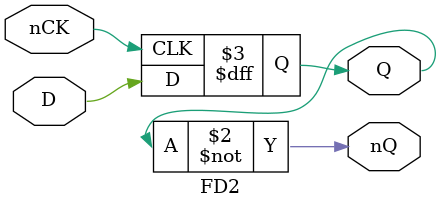
<source format=v>

module FD2(
	input nCK,
	input D,
	output reg Q,
	output nQ
);

	always @(negedge nCK)
		Q <= #1 D;
	
	assign nQ = ~Q;

endmodule

</source>
